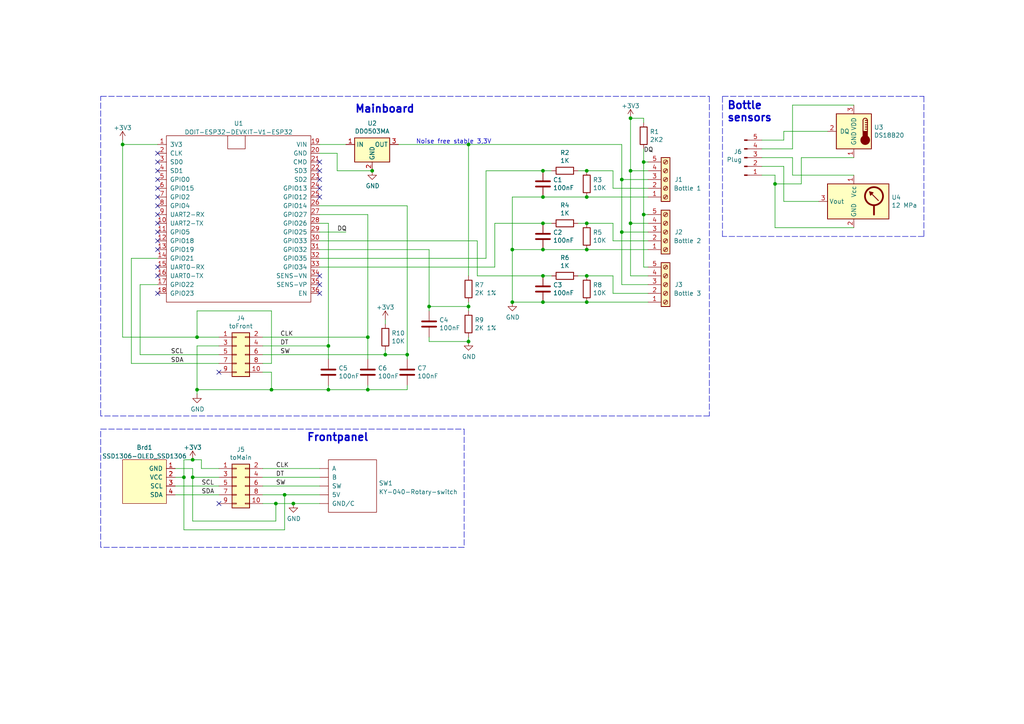
<source format=kicad_sch>
(kicad_sch (version 20211123) (generator eeschema)
  (paper "A4")
  (title_block (title "Flesdruk meter") (date "2019-11-13") (rev "1,1") (company "MBSE"))
  (lib_symbols
    (symbol "Connector:Conn_01x05_Male" (pin_names (offset 1.016) hide)
      (property "Reference" "J" (at 0 7.62 0))
      (property "Value" "Conn_01x05_Male" (at 0 -7.62 0))
      (symbol "Conn_01x05_Male_1_1"
        (polyline (pts (xy 1.27 -5.08) (xy 0.8636 -5.08)) (stroke (width 0.1524)))
        (polyline (pts (xy 1.27 -2.54) (xy 0.8636 -2.54)) (stroke (width 0.1524)))
        (polyline (pts (xy 1.27 0) (xy 0.8636 0)) (stroke (width 0.1524)))
        (polyline (pts (xy 1.27 2.54) (xy 0.8636 2.54)) (stroke (width 0.1524)))
        (polyline (pts (xy 1.27 5.08) (xy 0.8636 5.08)) (stroke (width 0.1524)))
        (rectangle (start 0.8636 -4.953) (end 0 -5.207) (stroke (width 0.1524)) (fill (type outline)))
        (rectangle (start 0.8636 -2.413) (end 0 -2.667) (stroke (width 0.1524)) (fill (type outline)))
        (rectangle (start 0.8636 0.127) (end 0 -0.127) (stroke (width 0.1524)) (fill (type outline)))
        (rectangle (start 0.8636 2.667) (end 0 2.413) (stroke (width 0.1524)) (fill (type outline)))
        (rectangle (start 0.8636 5.207) (end 0 4.953) (stroke (width 0.1524)) (fill (type outline)))
        (pin passive line (at 5.08 5.08 180) (length 3.81) (name "Pin_1") (number "1"))
        (pin passive line (at 5.08 2.54 180) (length 3.81) (name "Pin_2") (number "2"))
        (pin passive line (at 5.08 0 180) (length 3.81) (name "Pin_3") (number "3"))
        (pin passive line (at 5.08 -2.54 180) (length 3.81) (name "Pin_4") (number "4"))
        (pin passive line (at 5.08 -5.08 180) (length 3.81) (name "Pin_5") (number "5"))
      )
    )
    (symbol "Connector:Screw_Terminal_01x05" (pin_names (offset 1.016) hide)
      (property "Reference" "J" (at 0 7.62 0))
      (property "Value" "Screw_Terminal_01x05" (at 0 -7.62 0))
      (symbol "Screw_Terminal_01x05_1_1"
        (rectangle (start -1.27 6.35) (end 1.27 -6.35) (stroke (width 0.254)) (fill (type background)))
        (circle (center 0 -5.08) (radius 0.635) (stroke (width 0.1524)))
        (circle (center 0 -2.54) (radius 0.635) (stroke (width 0.1524)))
        (polyline (pts (xy -0.5334 -4.7498) (xy 0.3302 -5.588)) (stroke (width 0.1524)))
        (polyline (pts (xy -0.5334 -2.2098) (xy 0.3302 -3.048)) (stroke (width 0.1524)))
        (polyline (pts (xy -0.5334 0.3302) (xy 0.3302 -0.508)) (stroke (width 0.1524)))
        (polyline (pts (xy -0.5334 2.8702) (xy 0.3302 2.032)) (stroke (width 0.1524)))
        (polyline (pts (xy -0.5334 5.4102) (xy 0.3302 4.572)) (stroke (width 0.1524)))
        (polyline (pts (xy -0.3556 -4.572) (xy 0.508 -5.4102)) (stroke (width 0.1524)))
        (polyline (pts (xy -0.3556 -2.032) (xy 0.508 -2.8702)) (stroke (width 0.1524)))
        (polyline (pts (xy -0.3556 0.508) (xy 0.508 -0.3302)) (stroke (width 0.1524)))
        (polyline (pts (xy -0.3556 3.048) (xy 0.508 2.2098)) (stroke (width 0.1524)))
        (polyline (pts (xy -0.3556 5.588) (xy 0.508 4.7498)) (stroke (width 0.1524)))
        (circle (center 0 0) (radius 0.635) (stroke (width 0.1524)))
        (circle (center 0 2.54) (radius 0.635) (stroke (width 0.1524)))
        (circle (center 0 5.08) (radius 0.635) (stroke (width 0.1524)))
        (pin passive line (at -5.08 5.08 0) (length 3.81) (name "Pin_1") (number "1"))
        (pin passive line (at -5.08 2.54 0) (length 3.81) (name "Pin_2") (number "2"))
        (pin passive line (at -5.08 0 0) (length 3.81) (name "Pin_3") (number "3"))
        (pin passive line (at -5.08 -2.54 0) (length 3.81) (name "Pin_4") (number "4"))
        (pin passive line (at -5.08 -5.08 0) (length 3.81) (name "Pin_5") (number "5"))
      )
    )
    (symbol "Connector_Generic:Conn_02x05_Odd_Even" (pin_names (offset 1.016) hide)
      (property "Reference" "J" (at 1.27 7.62 0))
      (property "Value" "Conn_02x05_Odd_Even" (at 1.27 -7.62 0))
      (symbol "Conn_02x05_Odd_Even_1_1"
        (rectangle (start -1.27 -4.953) (end 0 -5.207) (stroke (width 0.1524)))
        (rectangle (start -1.27 -2.413) (end 0 -2.667) (stroke (width 0.1524)))
        (rectangle (start -1.27 0.127) (end 0 -0.127) (stroke (width 0.1524)))
        (rectangle (start -1.27 2.667) (end 0 2.413) (stroke (width 0.1524)))
        (rectangle (start -1.27 5.207) (end 0 4.953) (stroke (width 0.1524)))
        (rectangle (start -1.27 6.35) (end 3.81 -6.35) (stroke (width 0.254)) (fill (type background)))
        (rectangle (start 3.81 -4.953) (end 2.54 -5.207) (stroke (width 0.1524)))
        (rectangle (start 3.81 -2.413) (end 2.54 -2.667) (stroke (width 0.1524)))
        (rectangle (start 3.81 0.127) (end 2.54 -0.127) (stroke (width 0.1524)))
        (rectangle (start 3.81 2.667) (end 2.54 2.413) (stroke (width 0.1524)))
        (rectangle (start 3.81 5.207) (end 2.54 4.953) (stroke (width 0.1524)))
        (pin passive line (at -5.08 5.08 0) (length 3.81) (name "Pin_1") (number "1"))
        (pin passive line (at 7.62 -5.08 180) (length 3.81) (name "Pin_10") (number "10"))
        (pin passive line (at 7.62 5.08 180) (length 3.81) (name "Pin_2") (number "2"))
        (pin passive line (at -5.08 2.54 0) (length 3.81) (name "Pin_3") (number "3"))
        (pin passive line (at 7.62 2.54 180) (length 3.81) (name "Pin_4") (number "4"))
        (pin passive line (at -5.08 0 0) (length 3.81) (name "Pin_5") (number "5"))
        (pin passive line (at 7.62 0 180) (length 3.81) (name "Pin_6") (number "6"))
        (pin passive line (at -5.08 -2.54 0) (length 3.81) (name "Pin_7") (number "7"))
        (pin passive line (at 7.62 -2.54 180) (length 3.81) (name "Pin_8") (number "8"))
        (pin passive line (at -5.08 -5.08 0) (length 3.81) (name "Pin_9") (number "9"))
      )
    )
    (symbol "Converter_DCDC:OKI-78SR-3.3_1.5-W36-C"
      (property "Reference" "U" (at -3.81 3.175 0))
      (property "Value" "OKI-78SR-3.3_1.5-W36-C" (at 0 3.175 0))
      (symbol "OKI-78SR-3.3_1.5-W36-C_0_1"
        (rectangle (start -5.08 1.905) (end 5.08 -5.08) (stroke (width 0.254)) (fill (type background)))
      )
      (symbol "OKI-78SR-3.3_1.5-W36-C_1_1"
        (pin power_in line (at -7.62 0 0) (length 2.54) (name "IN") (number "1"))
        (pin power_in line (at 0 -7.62 90) (length 2.54) (name "GND") (number "2"))
        (pin power_out line (at 7.62 0 180) (length 2.54) (name "OUT") (number "3"))
      )
    )
    (symbol "Device:C" (pin_numbers hide) (pin_names (offset 0.254))
      (property "Reference" "C" (at 0.635 2.54 0))
      (property "Value" "C" (at 0.635 -2.54 0))
      (symbol "C_0_1"
        (polyline (pts (xy -2.032 -0.762) (xy 2.032 -0.762)) (stroke (width 0.508)))
        (polyline (pts (xy -2.032 0.762) (xy 2.032 0.762)) (stroke (width 0.508)))
      )
      (symbol "C_1_1"
        (pin passive line (at 0 3.81 270) (length 2.794) (name "~") (number "1"))
        (pin passive line (at 0 -3.81 90) (length 2.794) (name "~") (number "2"))
      )
    )
    (symbol "Device:R" (pin_numbers hide) (pin_names (offset 0))
      (property "Reference" "R" (at 2.032 0 90))
      (property "Value" "R" (at 0 0 90))
      (symbol "R_0_1"
        (rectangle (start -1.016 -2.54) (end 1.016 2.54) (stroke (width 0.254)))
      )
      (symbol "R_1_1"
        (pin passive line (at 0 3.81 270) (length 1.27) (name "~") (number "1"))
        (pin passive line (at 0 -3.81 90) (length 1.27) (name "~") (number "2"))
      )
    )
    (symbol "Sensor_Pressure:40PC015G"
      (property "Reference" "U" (at -10.16 6.35 0))
      (property "Value" "40PC015G" (at 6.35 6.35 0))
      (symbol "40PC015G_0_1"
        (circle (center -5.842 1.524) (radius 2.6162) (stroke (width 0.508)))
        (polyline (pts (xy -7.112 0.254) (xy -4.572 2.794)) (stroke (width 0.254)))
        (polyline (pts (xy -5.842 -1.27) (xy -5.842 -3.81)) (stroke (width 0.508)))
        (polyline (pts (xy -4.572 2.794) (xy -4.826 1.778) (xy -5.588 2.54) (xy -4.572 2.794)) (stroke (width 0.254)) (fill (type outline)))
        (rectangle (start 7.62 5.08) (end -10.16 -5.08) (stroke (width 0.254)) (fill (type background)))
      )
      (symbol "40PC015G_1_1"
        (pin power_in line (at 0 7.62 270) (length 2.54) (name "Vcc") (number "1"))
        (pin power_in line (at 0 -7.62 90) (length 2.54) (name "GND") (number "2"))
        (pin output line (at 10.16 0 180) (length 2.54) (name "Vout") (number "3"))
        (pin no_connect line (at -7.62 -5.08 90) (length 2.54) hide (name "NC") (number "4"))
        (pin no_connect line (at -5.08 -5.08 90) (length 2.54) hide (name "NC") (number "5"))
        (pin no_connect line (at -2.54 -5.08 90) (length 2.54) hide (name "NC") (number "6"))
      )
    )
    (symbol "Sensor_Temperature:DS18B20" (pin_names (offset 1.016))
      (property "Reference" "U" (at -3.81 6.35 0))
      (property "Value" "DS18B20" (at 6.35 6.35 0))
      (symbol "DS18B20_0_1"
        (rectangle (start -5.08 5.08) (end 5.08 -5.08) (stroke (width 0.254)) (fill (type background)))
        (circle (center -3.302 -2.54) (radius 1.27) (stroke (width 0.254)) (fill (type outline)))
        (rectangle (start -2.667 -1.905) (end -3.937 0) (stroke (width 0.254)) (fill (type outline)))
        (arc (start -2.667 3.175) (mid -3.302 3.81) (end -3.937 3.175) (stroke (width 0.254)))
        (polyline (pts (xy -3.937 0.635) (xy -3.302 0.635)) (stroke (width 0.254)))
        (polyline (pts (xy -3.937 1.27) (xy -3.302 1.27)) (stroke (width 0.254)))
        (polyline (pts (xy -3.937 1.905) (xy -3.302 1.905)) (stroke (width 0.254)))
        (polyline (pts (xy -3.937 2.54) (xy -3.302 2.54)) (stroke (width 0.254)))
        (polyline (pts (xy -3.937 3.175) (xy -3.937 0)) (stroke (width 0.254)))
        (polyline (pts (xy -3.937 3.175) (xy -3.302 3.175)) (stroke (width 0.254)))
        (polyline (pts (xy -2.667 3.175) (xy -2.667 0)) (stroke (width 0.254)))
      )
      (symbol "DS18B20_1_1"
        (pin power_in line (at 0 -7.62 90) (length 2.54) (name "GND") (number "1"))
        (pin bidirectional line (at 7.62 0 180) (length 2.54) (name "DQ") (number "2"))
        (pin power_in line (at 0 7.62 270) (length 2.54) (name "VDD") (number "3"))
      )
    )
    (symbol "co2meter:+3.3V-power" (power) (pin_names (offset 0))
      (property "Value" "+3.3V-power" (at 0 3.556 0))
      (symbol "+3.3V-power_0_1"
        (polyline (pts (xy -0.762 1.27) (xy 0 2.54)))
        (polyline (pts (xy 0 0) (xy 0 2.54)))
        (polyline (pts (xy 0 2.54) (xy 0.762 1.27)))
      )
      (symbol "+3.3V-power_1_1"
        (pin power_in line (at 0 0 90) (length 0) hide (name "+3V3") (number "1"))
      )
    )
    (symbol "co2meter:DOIT-ESP32-DEVKIT-V1-ESP32" (pin_names (offset 1.016))
      (property "Reference" "U" (at 1.27 -49.53 0))
      (property "Value" "DOIT-ESP32-DEVKIT-V1-ESP32" (at 0 -52.07 0))
      (symbol "DOIT-ESP32-DEVKIT-V1-ESP32_0_1"
        (rectangle (start -20.32 -48.26) (end 21.59 0))
        (rectangle (start 2.54 0) (end -2.54 -3.81))
      )
      (symbol "DOIT-ESP32-DEVKIT-V1-ESP32_1_1"
        (pin power_out line (at -22.86 -2.54 0) (length 2.54) (name "3V3") (number "1"))
        (pin output line (at -22.86 -25.4 0) (length 2.54) (name "UART2-TX") (number "10"))
        (pin bidirectional line (at -22.86 -27.94 0) (length 2.54) (name "GPIO5") (number "11"))
        (pin bidirectional line (at -22.86 -30.48 0) (length 2.54) (name "GPIO18") (number "12"))
        (pin bidirectional line (at -22.86 -33.02 0) (length 2.54) (name "GPIO19") (number "13"))
        (pin bidirectional line (at -22.86 -35.56 0) (length 2.54) (name "GPIO21") (number "14"))
        (pin input line (at -22.86 -38.1 0) (length 2.54) (name "UART0-RX") (number "15"))
        (pin output line (at -22.86 -40.64 0) (length 2.54) (name "UART0-TX") (number "16"))
        (pin bidirectional line (at -22.86 -43.18 0) (length 2.54) (name "GPIO22") (number "17"))
        (pin bidirectional line (at -22.86 -45.72 0) (length 2.54) (name "GPIO23") (number "18"))
        (pin power_in line (at 24.13 -2.54 180) (length 2.54) (name "VIN") (number "19"))
        (pin unspecified line (at -22.86 -5.08 0) (length 2.54) (name "CLK") (number "2"))
        (pin power_in line (at 24.13 -5.08 180) (length 2.54) (name "GND") (number "20"))
        (pin unspecified line (at 24.13 -7.62 180) (length 2.54) (name "CMD") (number "21"))
        (pin unspecified line (at 24.13 -10.16 180) (length 2.54) (name "SD3") (number "22"))
        (pin unspecified line (at 24.13 -12.7 180) (length 2.54) (name "SD2") (number "23"))
        (pin bidirectional line (at 24.13 -15.24 180) (length 2.54) (name "GPIO13") (number "24"))
        (pin bidirectional line (at 24.13 -17.78 180) (length 2.54) (name "GPIO12") (number "25"))
        (pin bidirectional line (at 24.13 -20.32 180) (length 2.54) (name "GPIO14") (number "26"))
        (pin bidirectional line (at 24.13 -22.86 180) (length 2.54) (name "GPIO27") (number "27"))
        (pin bidirectional line (at 24.13 -25.4 180) (length 2.54) (name "GPIO26") (number "28"))
        (pin bidirectional line (at 24.13 -27.94 180) (length 2.54) (name "GPIO25") (number "29"))
        (pin unspecified line (at -22.86 -7.62 0) (length 2.54) (name "SD0") (number "3"))
        (pin bidirectional line (at 24.13 -30.48 180) (length 2.54) (name "GPIO33") (number "30"))
        (pin bidirectional line (at 24.13 -33.02 180) (length 2.54) (name "GPIO32") (number "31"))
        (pin bidirectional line (at 24.13 -35.56 180) (length 2.54) (name "GPIO35") (number "32"))
        (pin bidirectional line (at 24.13 -38.1 180) (length 2.54) (name "GPIO34") (number "33"))
        (pin bidirectional line (at 24.13 -40.64 180) (length 2.54) (name "SENS-VN") (number "34"))
        (pin bidirectional line (at 24.13 -43.18 180) (length 2.54) (name "SENS-VP") (number "35"))
        (pin input line (at 24.13 -45.72 180) (length 2.54) (name "EN") (number "36"))
        (pin unspecified line (at -22.86 -10.16 0) (length 2.54) (name "SD1") (number "4"))
        (pin bidirectional line (at -22.86 -12.7 0) (length 2.54) (name "GPIO0") (number "5"))
        (pin bidirectional line (at -22.86 -15.24 0) (length 2.54) (name "GPIO15") (number "6"))
        (pin bidirectional line (at -22.86 -17.78 0) (length 2.54) (name "GPIO2") (number "7"))
        (pin bidirectional line (at -22.86 -20.32 0) (length 2.54) (name "GPIO4") (number "8"))
        (pin input line (at -22.86 -22.86 0) (length 2.54) (name "UART2-RX") (number "9"))
      )
    )
    (symbol "co2meter:KY-040-Rotary-switch" (pin_names (offset 1.016))
      (property "Reference" "SW" (at 0 15.24 0))
      (property "Value" "KY-040-Rotary-switch" (at 0 12.7 0))
      (symbol "KY-040-Rotary-switch_0_1"
        (rectangle (start -7.62 -2.54) (end 7.62 11.43))
      )
      (symbol "KY-040-Rotary-switch_1_1"
        (pin power_in line (at -2.54 -5.08 90) (length 2.54) (name "5V") (number "~"))
        (pin output line (at 5.08 -5.08 90) (length 2.54) (name "A") (number "~"))
        (pin output line (at 2.54 -5.08 90) (length 2.54) (name "B") (number "~"))
        (pin output line (at -5.08 -5.08 90) (length 2.54) (name "GND/C") (number "~"))
        (pin input line (at 0 -5.08 90) (length 2.54) (name "SW") (number "~"))
      )
    )
    (symbol "co2meter:SSD1306-OLED_SSD1306" (pin_names (offset 1.016))
      (property "Reference" "Brd" (at 0 -3.81 0))
      (property "Value" "SSD1306-OLED_SSD1306" (at 0 -1.27 0))
      (symbol "SSD1306-OLED_SSD1306_0_1"
        (rectangle (start -6.35 6.35) (end 6.35 -6.35) (fill (type background)))
      )
      (symbol "SSD1306-OLED_SSD1306_1_1"
        (pin input line (at -3.81 8.89 270) (length 2.54) (name "GND") (number "1"))
        (pin input line (at -1.27 8.89 270) (length 2.54) (name "VCC") (number "2"))
        (pin input line (at 1.27 8.89 270) (length 2.54) (name "SCL") (number "3"))
        (pin input line (at 3.81 8.89 270) (length 2.54) (name "SDA") (number "4"))
      )
    )
    (symbol "power:GND" (power) (pin_names (offset 0))
      (property "Value" "GND" (at 0 -3.81 0))
      (symbol "GND_0_1"
        (polyline (pts (xy 0 0) (xy 0 -1.27) (xy 1.27 -1.27) (xy 0 -2.54) (xy -1.27 -1.27) (xy 0 -1.27)))
      )
      (symbol "GND_1_1"
        (pin power_in line (at 0 0 270) (length 0) hide (name "GND") (number "1"))
      )
    )
  )
  (junction (at 170.18 87.63))
  (junction (at 124.46 88.9))
  (junction (at 180.34 67.31))
  (junction (at 57.15 113.03))
  (junction (at 182.88 34.29))
  (junction (at 95.25 113.03))
  (junction (at 78.74 113.03))
  (junction (at 55.88 138.43))
  (junction (at 182.88 64.77))
  (junction (at 170.18 49.53))
  (junction (at 35.56 41.91))
  (junction (at 157.48 49.53))
  (junction (at 106.68 113.03))
  (junction (at 157.48 80.01))
  (junction (at 57.15 97.79))
  (junction (at 111.76 102.87))
  (junction (at 186.69 62.23))
  (junction (at 157.48 87.63))
  (junction (at 135.89 88.9))
  (junction (at 107.95 49.53))
  (junction (at 157.48 64.77))
  (junction (at 55.88 133.35))
  (junction (at 224.79 53.34))
  (junction (at 182.88 49.53))
  (junction (at 135.89 41.91))
  (junction (at 106.68 97.79))
  (junction (at 186.69 46.99))
  (junction (at 170.18 57.15))
  (junction (at 85.09 146.05))
  (junction (at 118.11 102.87))
  (junction (at 170.18 80.01))
  (junction (at 157.48 57.15))
  (junction (at 170.18 64.77))
  (junction (at 148.59 72.39))
  (junction (at 53.34 138.43))
  (junction (at 157.48 72.39))
  (junction (at 135.89 99.06))
  (junction (at 180.34 52.07))
  (junction (at 148.59 87.63))
  (junction (at 80.01 146.05))
  (junction (at 82.55 143.51))
  (junction (at 170.18 72.39))
  (junction (at 95.25 100.33))
  (no_connect (at 45.72 46.99))
  (no_connect (at 92.71 49.53))
  (no_connect (at 45.72 72.39))
  (no_connect (at 92.71 46.99))
  (no_connect (at 63.5 107.95))
  (no_connect (at 92.71 57.15))
  (no_connect (at 45.72 85.09))
  (no_connect (at 45.72 59.69))
  (no_connect (at 92.71 54.61))
  (no_connect (at 45.72 67.31))
  (no_connect (at 45.72 44.45))
  (no_connect (at 45.72 54.61))
  (no_connect (at 45.72 49.53))
  (no_connect (at 92.71 52.07))
  (no_connect (at 92.71 82.55))
  (no_connect (at 45.72 77.47))
  (no_connect (at 45.72 80.01))
  (no_connect (at 63.5 146.05))
  (no_connect (at 45.72 69.85))
  (no_connect (at 45.72 62.23))
  (no_connect (at 45.72 57.15))
  (no_connect (at 45.72 64.77))
  (no_connect (at 92.71 80.01))
  (no_connect (at 92.71 85.09))
  (no_connect (at 45.72 52.07))
  (wire (pts (xy 229.87 30.48) (xy 247.65 30.48)))
  (wire (pts (xy 92.71 62.23) (xy 106.68 62.23)))
  (wire (pts (xy 55.88 151.13) (xy 80.01 151.13)))
  (wire (pts (xy 187.96 87.63) (xy 170.18 87.63)))
  (wire (pts (xy 92.71 69.85) (xy 138.43 69.85)))
  (wire (pts (xy 106.68 104.14) (xy 106.68 97.79)))
  (wire (pts (xy 135.89 80.01) (xy 135.89 41.91)))
  (wire (pts (xy 78.74 105.41) (xy 78.74 90.17)))
  (wire (pts (xy 170.18 57.15) (xy 157.48 57.15)))
  (wire (pts (xy 180.34 41.91) (xy 135.89 41.91)))
  (wire (pts (xy 57.15 113.03) (xy 57.15 114.3)))
  (wire (pts (xy 135.89 88.9) (xy 135.89 87.63)))
  (wire (pts (xy 229.87 45.72) (xy 220.98 45.72)))
  (wire (pts (xy 45.72 82.55) (xy 40.64 82.55)))
  (wire (pts (xy 76.2 135.89) (xy 92.71 135.89)))
  (polyline (pts (xy 29.21 124.46) (xy 134.62 124.46)))
  (wire (pts (xy 187.96 80.01) (xy 182.88 80.01)))
  (wire (pts (xy 187.96 72.39) (xy 170.18 72.39)))
  (wire (pts (xy 148.59 57.15) (xy 157.48 57.15)))
  (wire (pts (xy 135.89 90.17) (xy 135.89 88.9)))
  (polyline (pts (xy 134.62 124.46) (xy 134.62 158.75)))
  (wire (pts (xy 78.74 107.95) (xy 76.2 107.95)))
  (wire (pts (xy 82.55 143.51) (xy 92.71 143.51)))
  (wire (pts (xy 180.34 67.31) (xy 187.96 67.31)))
  (wire (pts (xy 177.8 85.09) (xy 187.96 85.09)))
  (wire (pts (xy 124.46 88.9) (xy 124.46 90.17)))
  (wire (pts (xy 78.74 113.03) (xy 95.25 113.03)))
  (wire (pts (xy 143.51 77.47) (xy 92.71 77.47)))
  (wire (pts (xy 106.68 113.03) (xy 118.11 113.03)))
  (wire (pts (xy 229.87 50.8) (xy 229.87 45.72)))
  (wire (pts (xy 38.1 105.41) (xy 63.5 105.41)))
  (wire (pts (xy 53.34 133.35) (xy 55.88 133.35)))
  (wire (pts (xy 187.96 57.15) (xy 170.18 57.15)))
  (wire (pts (xy 57.15 113.03) (xy 78.74 113.03)))
  (wire (pts (xy 170.18 64.77) (xy 177.8 64.77)))
  (wire (pts (xy 157.48 72.39) (xy 148.59 72.39)))
  (wire (pts (xy 124.46 97.79) (xy 124.46 99.06)))
  (wire (pts (xy 186.69 62.23) (xy 187.96 62.23)))
  (wire (pts (xy 50.8 138.43) (xy 53.34 138.43)))
  (wire (pts (xy 177.8 80.01) (xy 177.8 85.09)))
  (wire (pts (xy 220.98 48.26) (xy 227.33 48.26)))
  (wire (pts (xy 157.48 49.53) (xy 160.02 49.53)))
  (wire (pts (xy 76.2 105.41) (xy 78.74 105.41)))
  (wire (pts (xy 177.8 54.61) (xy 187.96 54.61)))
  (polyline (pts (xy 267.97 27.94) (xy 267.97 68.58)))
  (wire (pts (xy 187.96 64.77) (xy 182.88 64.77)))
  (wire (pts (xy 55.88 138.43) (xy 55.88 151.13)))
  (wire (pts (xy 224.79 66.04) (xy 224.79 53.34)))
  (wire (pts (xy 232.41 53.34) (xy 232.41 45.72)))
  (wire (pts (xy 106.68 113.03) (xy 106.68 111.76)))
  (wire (pts (xy 50.8 140.97) (xy 63.5 140.97)))
  (wire (pts (xy 95.25 100.33) (xy 76.2 100.33)))
  (wire (pts (xy 140.97 74.93) (xy 92.71 74.93)))
  (wire (pts (xy 35.56 41.91) (xy 45.72 41.91)))
  (wire (pts (xy 186.69 34.29) (xy 182.88 34.29)))
  (wire (pts (xy 138.43 80.01) (xy 157.48 80.01)))
  (wire (pts (xy 76.2 140.97) (xy 92.71 140.97)))
  (wire (pts (xy 227.33 38.1) (xy 240.03 38.1)))
  (wire (pts (xy 35.56 40.64) (xy 35.56 41.91)))
  (wire (pts (xy 186.69 77.47) (xy 187.96 77.47)))
  (wire (pts (xy 111.76 101.6) (xy 111.76 102.87)))
  (wire (pts (xy 220.98 40.64) (xy 227.33 40.64)))
  (wire (pts (xy 180.34 52.07) (xy 180.34 67.31)))
  (wire (pts (xy 53.34 138.43) (xy 53.34 133.35)))
  (wire (pts (xy 157.48 49.53) (xy 140.97 49.53)))
  (wire (pts (xy 58.42 135.89) (xy 63.5 135.89)))
  (wire (pts (xy 180.34 82.55) (xy 187.96 82.55)))
  (wire (pts (xy 227.33 58.42) (xy 237.49 58.42)))
  (wire (pts (xy 186.69 46.99) (xy 186.69 62.23)))
  (wire (pts (xy 224.79 53.34) (xy 224.79 50.8)))
  (polyline (pts (xy 205.74 27.94) (xy 205.74 120.65)))
  (wire (pts (xy 106.68 97.79) (xy 76.2 97.79)))
  (wire (pts (xy 182.88 49.53) (xy 187.96 49.53)))
  (polyline (pts (xy 29.21 158.75) (xy 29.21 124.46)))
  (wire (pts (xy 157.48 64.77) (xy 143.51 64.77)))
  (wire (pts (xy 177.8 64.77) (xy 177.8 69.85)))
  (wire (pts (xy 111.76 92.71) (xy 111.76 93.98)))
  (wire (pts (xy 227.33 40.64) (xy 227.33 38.1)))
  (wire (pts (xy 118.11 104.14) (xy 118.11 102.87)))
  (wire (pts (xy 182.88 80.01) (xy 182.88 64.77)))
  (wire (pts (xy 148.59 87.63) (xy 148.59 72.39)))
  (polyline (pts (xy 205.74 120.65) (xy 29.21 120.65)))
  (wire (pts (xy 55.88 135.89) (xy 50.8 135.89)))
  (wire (pts (xy 57.15 90.17) (xy 57.15 97.79)))
  (wire (pts (xy 167.64 49.53) (xy 170.18 49.53)))
  (wire (pts (xy 82.55 153.67) (xy 82.55 143.51)))
  (wire (pts (xy 76.2 143.51) (xy 82.55 143.51)))
  (wire (pts (xy 57.15 100.33) (xy 57.15 113.03)))
  (wire (pts (xy 186.69 35.56) (xy 186.69 34.29)))
  (wire (pts (xy 40.64 102.87) (xy 63.5 102.87)))
  (wire (pts (xy 247.65 50.8) (xy 229.87 50.8)))
  (polyline (pts (xy 134.62 158.75) (xy 29.21 158.75)))
  (wire (pts (xy 229.87 43.18) (xy 229.87 30.48)))
  (wire (pts (xy 118.11 59.69) (xy 118.11 102.87)))
  (wire (pts (xy 63.5 143.51) (xy 50.8 143.51)))
  (wire (pts (xy 157.48 80.01) (xy 160.02 80.01)))
  (wire (pts (xy 95.25 113.03) (xy 95.25 111.76)))
  (wire (pts (xy 187.96 46.99) (xy 186.69 46.99)))
  (wire (pts (xy 85.09 146.05) (xy 92.71 146.05)))
  (wire (pts (xy 55.88 133.35) (xy 58.42 133.35)))
  (wire (pts (xy 78.74 113.03) (xy 78.74 107.95)))
  (wire (pts (xy 80.01 151.13) (xy 80.01 146.05)))
  (polyline (pts (xy 209.55 27.94) (xy 267.97 27.94)))
  (wire (pts (xy 53.34 153.67) (xy 82.55 153.67)))
  (wire (pts (xy 247.65 66.04) (xy 224.79 66.04)))
  (wire (pts (xy 118.11 102.87) (xy 111.76 102.87)))
  (wire (pts (xy 63.5 100.33) (xy 57.15 100.33)))
  (wire (pts (xy 58.42 133.35) (xy 58.42 135.89)))
  (wire (pts (xy 124.46 72.39) (xy 92.71 72.39)))
  (wire (pts (xy 135.89 88.9) (xy 124.46 88.9)))
  (wire (pts (xy 140.97 49.53) (xy 140.97 74.93)))
  (polyline (pts (xy 209.55 68.58) (xy 209.55 27.94)))
  (wire (pts (xy 111.76 102.87) (xy 76.2 102.87)))
  (wire (pts (xy 157.48 87.63) (xy 148.59 87.63)))
  (wire (pts (xy 182.88 49.53) (xy 182.88 34.29)))
  (wire (pts (xy 148.59 72.39) (xy 148.59 57.15)))
  (wire (pts (xy 224.79 53.34) (xy 232.41 53.34)))
  (wire (pts (xy 57.15 97.79) (xy 35.56 97.79)))
  (wire (pts (xy 186.69 46.99) (xy 186.69 43.18)))
  (wire (pts (xy 95.25 104.14) (xy 95.25 100.33)))
  (wire (pts (xy 106.68 62.23) (xy 106.68 97.79)))
  (wire (pts (xy 177.8 49.53) (xy 177.8 54.61)))
  (wire (pts (xy 95.25 113.03) (xy 106.68 113.03)))
  (wire (pts (xy 167.64 64.77) (xy 170.18 64.77)))
  (wire (pts (xy 118.11 113.03) (xy 118.11 111.76)))
  (wire (pts (xy 177.8 69.85) (xy 187.96 69.85)))
  (wire (pts (xy 220.98 43.18) (xy 229.87 43.18)))
  (wire (pts (xy 232.41 45.72) (xy 247.65 45.72)))
  (wire (pts (xy 170.18 87.63) (xy 157.48 87.63)))
  (wire (pts (xy 100.33 67.31) (xy 92.71 67.31)))
  (wire (pts (xy 63.5 97.79) (xy 57.15 97.79)))
  (wire (pts (xy 124.46 99.06) (xy 135.89 99.06)))
  (wire (pts (xy 76.2 146.05) (xy 80.01 146.05)))
  (wire (pts (xy 92.71 44.45) (xy 97.79 44.45)))
  (wire (pts (xy 97.79 44.45) (xy 97.79 49.53)))
  (wire (pts (xy 227.33 48.26) (xy 227.33 58.42)))
  (wire (pts (xy 115.57 41.91) (xy 135.89 41.91)))
  (wire (pts (xy 167.64 80.01) (xy 170.18 80.01)))
  (wire (pts (xy 95.25 64.77) (xy 95.25 100.33)))
  (wire (pts (xy 63.5 138.43) (xy 55.88 138.43)))
  (polyline (pts (xy 29.21 27.94) (xy 205.74 27.94)))
  (wire (pts (xy 124.46 88.9) (xy 124.46 72.39)))
  (wire (pts (xy 35.56 41.91) (xy 35.56 97.79)))
  (wire (pts (xy 40.64 82.55) (xy 40.64 102.87)))
  (wire (pts (xy 138.43 69.85) (xy 138.43 80.01)))
  (wire (pts (xy 76.2 138.43) (xy 92.71 138.43)))
  (wire (pts (xy 170.18 49.53) (xy 177.8 49.53)))
  (wire (pts (xy 38.1 74.93) (xy 38.1 105.41)))
  (wire (pts (xy 97.79 49.53) (xy 107.95 49.53)))
  (wire (pts (xy 92.71 59.69) (xy 118.11 59.69)))
  (wire (pts (xy 180.34 52.07) (xy 180.34 41.91)))
  (wire (pts (xy 187.96 52.07) (xy 180.34 52.07)))
  (wire (pts (xy 80.01 146.05) (xy 85.09 146.05)))
  (wire (pts (xy 224.79 50.8) (xy 220.98 50.8)))
  (wire (pts (xy 157.48 64.77) (xy 160.02 64.77)))
  (wire (pts (xy 186.69 62.23) (xy 186.69 77.47)))
  (wire (pts (xy 53.34 138.43) (xy 53.34 153.67)))
  (wire (pts (xy 55.88 138.43) (xy 55.88 135.89)))
  (wire (pts (xy 92.71 64.77) (xy 95.25 64.77)))
  (wire (pts (xy 170.18 72.39) (xy 157.48 72.39)))
  (wire (pts (xy 182.88 64.77) (xy 182.88 49.53)))
  (wire (pts (xy 92.71 41.91) (xy 100.33 41.91)))
  (wire (pts (xy 143.51 64.77) (xy 143.51 77.47)))
  (wire (pts (xy 135.89 99.06) (xy 135.89 97.79)))
  (polyline (pts (xy 29.21 120.65) (xy 29.21 27.94)))
  (polyline (pts (xy 267.97 68.58) (xy 209.55 68.58)))
  (wire (pts (xy 78.74 90.17) (xy 57.15 90.17)))
  (wire (pts (xy 170.18 80.01) (xy 177.8 80.01)))
  (wire (pts (xy 180.34 67.31) (xy 180.34 82.55)))
  (wire (pts (xy 38.1 74.93) (xy 45.72 74.93)))
  (text "Noise free stable 3,3V" (at 120.65 41.91 0) (effects (font (size 1.27 1.27)) (justify left bottom)))
  (text "Frontpanel" (at 88.9 128.27 0) (effects (font (size 2.2098 2.2098) (thickness 0.442) bold) (justify left bottom)))
  (text "Bottle\nsensors" (at 210.82 35.56 0) (effects (font (size 2.2098 2.2098) (thickness 0.442) bold) (justify left bottom)))
  (text "Mainboard" (at 102.87 33.02 0) (effects (font (size 2.2098 2.2098) (thickness 0.442) bold) (justify left bottom)))
  (label "SDA" (at 58.42 143.51 0))
  (label "SW" (at 80.01 140.97 0))
  (label "DQ" (at 186.69 44.45 0))
  (label "CLK" (at 81.28 97.79 0))
  (label "DT" (at 81.28 100.33 0))
  (label "SCL" (at 58.42 140.97 0))
  (label "SCL" (at 49.53 102.87 0))
  (label "SW" (at 81.28 102.87 0))
  (label "DT" (at 80.01 138.43 0))
  (label "DQ" (at 97.79 67.31 0))
  (label "CLK" (at 80.01 135.89 0))
  (label "SDA" (at 49.53 105.41 0))
  (symbol (lib_id "Connector:Screw_Terminal_01x05") (at 193.04 52.07 0) (mirror x) (unit 1)
    (property "Reference" "J1" (at 196.85 52.07 0))
    (property "Value" "Bottle 1" (at 199.39 54.61 0))
  )
  (symbol (lib_id "Device:R") (at 170.18 53.34 0) (unit 1)
    (property "Reference" "R3" (at 171.958 52.1716 0) (effects (justify left)))
    (property "Value" "10K" (at 171.958 54.483 0) (effects (justify left)))
  )
  (symbol (lib_id "Connector_Generic:Conn_02x05_Odd_Even") (at 68.58 102.87 0) (unit 1)
    (property "Reference" "J4" (at 69.85 92.2782 0))
    (property "Value" "toFront" (at 69.85 94.5896 0))
  )
  (symbol (lib_id "Device:R") (at 163.83 49.53 270) (unit 1)
    (property "Reference" "R2" (at 163.83 44.2722 90))
    (property "Value" "1K" (at 163.83 46.5836 90))
  )
  (symbol (lib_id "Device:C") (at 157.48 53.34 0) (unit 1)
    (property "Reference" "C1" (at 160.401 52.1716 0) (effects (justify left)))
    (property "Value" "100nF" (at 160.401 54.483 0) (effects (justify left)))
  )
  (symbol (lib_id "Connector:Screw_Terminal_01x05") (at 193.04 67.31 0) (mirror x) (unit 1)
    (property "Reference" "J2" (at 196.85 67.31 0))
    (property "Value" "Bottle 2" (at 199.39 69.85 0))
  )
  (symbol (lib_id "Device:R") (at 170.18 68.58 0) (unit 1)
    (property "Reference" "R5" (at 171.958 67.4116 0) (effects (justify left)))
    (property "Value" "10K" (at 171.958 69.723 0) (effects (justify left)))
  )
  (symbol (lib_id "Device:R") (at 163.83 64.77 270) (unit 1)
    (property "Reference" "R4" (at 163.83 59.5122 90))
    (property "Value" "1K" (at 163.83 61.8236 90))
  )
  (symbol (lib_id "Device:C") (at 157.48 68.58 0) (unit 1)
    (property "Reference" "C2" (at 160.401 67.4116 0) (effects (justify left)))
    (property "Value" "100nF" (at 160.401 69.723 0) (effects (justify left)))
  )
  (symbol (lib_id "Connector:Screw_Terminal_01x05") (at 193.04 82.55 0) (mirror x) (unit 1)
    (property "Reference" "J3" (at 196.85 82.55 0))
    (property "Value" "Bottle 3" (at 199.39 85.09 0))
  )
  (symbol (lib_id "Device:R") (at 170.18 83.82 0) (unit 1)
    (property "Reference" "R8" (at 171.958 82.6516 0) (effects (justify left)))
    (property "Value" "10K" (at 171.958 84.963 0) (effects (justify left)))
  )
  (symbol (lib_id "Device:R") (at 163.83 80.01 270) (unit 1)
    (property "Reference" "R6" (at 163.83 74.7522 90))
    (property "Value" "1K" (at 163.83 77.0636 90))
  )
  (symbol (lib_id "Device:C") (at 157.48 83.82 0) (unit 1)
    (property "Reference" "C3" (at 160.401 82.6516 0) (effects (justify left)))
    (property "Value" "100nF" (at 160.401 84.963 0) (effects (justify left)))
  )
  (symbol (lib_id "power:GND") (at 148.59 87.63 0) (unit 1)
    (property "Reference" "#PWR04" (effects hide))
    (property "Value" "GND" (at 148.717 92.0242 0))
  )
  (symbol (lib_id "power:GND") (at 57.15 114.3 0) (unit 1)
    (property "Reference" "#PWR07" (effects hide))
    (property "Value" "GND" (at 57.277 118.6942 0))
  )
  (symbol (lib_id "Converter_DCDC:OKI-78SR-3.3_1.5-W36-C") (at 107.95 41.91 0) (unit 1)
    (property "Reference" "U2" (at 107.95 35.7632 0))
    (property "Value" "DD0503MA" (at 107.95 38.0746 0))
    (property "Footprint" "Converter_DCDC:Converter_DCDC_muRata_OKI-78SR_Vertical" (effects hide))
    (property "Datasheet" "https://power.murata.com/data/power/oki-78sr.pdf" (effects hide))
  )
  (symbol (lib_id "power:GND") (at 107.95 49.53 0) (unit 1)
    (property "Reference" "#PWR03" (effects hide))
    (property "Value" "GND" (at 108.077 53.9242 0))
  )
  (symbol (lib_id "Device:R") (at 135.89 83.82 0) (unit 1)
    (property "Reference" "R7" (at 137.668 82.6516 0) (effects (justify left)))
    (property "Value" "2K 1%" (at 137.668 84.963 0) (effects (justify left)))
  )
  (symbol (lib_id "Device:R") (at 135.89 93.98 0) (unit 1)
    (property "Reference" "R9" (at 137.668 92.8116 0) (effects (justify left)))
    (property "Value" "2K 1%" (at 137.668 95.123 0) (effects (justify left)))
  )
  (symbol (lib_id "Device:C") (at 124.46 93.98 0) (unit 1)
    (property "Reference" "C4" (at 127.381 92.8116 0) (effects (justify left)))
    (property "Value" "100nF" (at 127.381 95.123 0) (effects (justify left)))
  )
  (symbol (lib_id "power:GND") (at 135.89 99.06 0) (unit 1)
    (property "Reference" "#PWR06" (effects hide))
    (property "Value" "GND" (at 136.017 103.4542 0))
  )
  (symbol (lib_id "Device:C") (at 95.25 107.95 0) (unit 1)
    (property "Reference" "C5" (at 98.171 106.7816 0) (effects (justify left)))
    (property "Value" "100nF" (at 98.171 109.093 0) (effects (justify left)))
  )
  (symbol (lib_id "Device:C") (at 106.68 107.95 0) (unit 1)
    (property "Reference" "C6" (at 109.601 106.7816 0) (effects (justify left)))
    (property "Value" "100nF" (at 109.601 109.093 0) (effects (justify left)))
  )
  (symbol (lib_id "Device:C") (at 118.11 107.95 0) (unit 1)
    (property "Reference" "C7" (at 121.031 106.7816 0) (effects (justify left)))
    (property "Value" "100nF" (at 121.031 109.093 0) (effects (justify left)))
  )
  (symbol (lib_id "Device:R") (at 186.69 39.37 0) (unit 1)
    (property "Reference" "R1" (at 188.468 38.2016 0) (effects (justify left)))
    (property "Value" "2K2" (at 188.468 40.513 0) (effects (justify left)))
  )
  (symbol (lib_id "Device:R") (at 111.76 97.79 0) (unit 1)
    (property "Reference" "R10" (at 113.538 96.6216 0) (effects (justify left)))
    (property "Value" "10K" (at 113.538 98.933 0) (effects (justify left)))
  )
  (symbol (lib_id "Connector_Generic:Conn_02x05_Odd_Even") (at 68.58 140.97 0) (unit 1)
    (property "Reference" "J5" (at 69.85 130.3782 0))
    (property "Value" "toMain" (at 69.85 132.6896 0))
  )
  (symbol (lib_id "power:GND") (at 85.09 146.05 0) (unit 1)
    (property "Reference" "#PWR0102" (effects hide))
    (property "Value" "GND" (at 85.217 150.4442 0))
  )
  (symbol (lib_id "Connector:Conn_01x05_Male") (at 215.9 45.72 0) (mirror x) (unit 1)
    (property "Reference" "J6" (at 215.2142 43.9928 0) (effects (justify right)))
    (property "Value" "Plug" (at 215.2142 46.3042 0) (effects (justify right)))
  )
  (symbol (lib_id "Sensor_Temperature:DS18B20") (at 247.65 38.1 0) (mirror y) (unit 1)
    (property "Reference" "U3" (at 253.492 36.9316 0) (effects (justify right)))
    (property "Value" "DS18B20" (at 253.492 39.243 0) (effects (justify right)))
    (property "Footprint" "Package_TO_SOT_THT:TO-92_Inline" (effects hide))
    (property "Datasheet" "http://datasheets.maximintegrated.com/en/ds/DS18B20.pdf" (effects hide))
  )
  (symbol (lib_id "Sensor_Pressure:40PC015G") (at 247.65 58.42 0) (mirror y) (unit 1)
    (property "Reference" "U4" (at 258.572 57.2516 0) (effects (justify right)))
    (property "Value" "12 MPa" (at 258.572 59.563 0) (effects (justify right)))
    (property "Datasheet" "http://www.honeywellscportal.com//index.php?ci_id=138832" (effects hide))
  )
  (symbol (lib_id "co2meter:DOIT-ESP32-DEVKIT-V1-ESP32") (at 68.58 39.37 0) (unit 1)
    (property "Reference" "U1" (at 69.215 35.7972 0))
    (property "Value" "DOIT-ESP32-DEVKIT-V1-ESP32" (at 69.215 38.3341 0))
  )
  (symbol (lib_id "co2meter:KY-040-Rotary-switch") (at 97.79 140.97 270) (mirror x) (unit 1)
    (property "Reference" "SW1" (at 109.855 140.1353 90) (effects (justify left)))
    (property "Value" "KY-040-Rotary-switch" (at 109.855 142.6722 90) (effects (justify left)))
  )
  (symbol (lib_id "co2meter:SSD1306-OLED_SSD1306") (at 41.91 139.7 270) (unit 1)
    (property "Reference" "Brd1" (at 41.91 129.7772 90))
    (property "Value" "SSD1306-OLED_SSD1306" (at 41.91 132.3141 90))
  )
  (symbol (lib_id "co2meter:+3.3V-power") (at 35.56 40.64 0) (unit 1)
    (property "Reference" "#PWR0103" (effects hide))
    (property "Value" "+3.3V-power" (at 35.56 37.0642 0))
  )
  (symbol (lib_id "co2meter:+3.3V-power") (at 182.88 34.29 0) (unit 1)
    (property "Reference" "#PWR0105" (effects hide))
    (property "Value" "+3.3V-power" (at 182.88 30.7142 0))
  )
  (symbol (lib_id "co2meter:+3.3V-power") (at 111.76 92.71 0) (unit 1)
    (property "Reference" "#PWR0104" (effects hide))
    (property "Value" "+3.3V-power" (at 111.76 89.1342 0))
  )
  (symbol (lib_id "co2meter:+3.3V-power") (at 55.88 133.35 0) (unit 1)
    (property "Reference" "#PWR0101" (effects hide))
    (property "Value" "+3.3V-power" (at 55.88 129.7742 0))
  )
)
</source>
